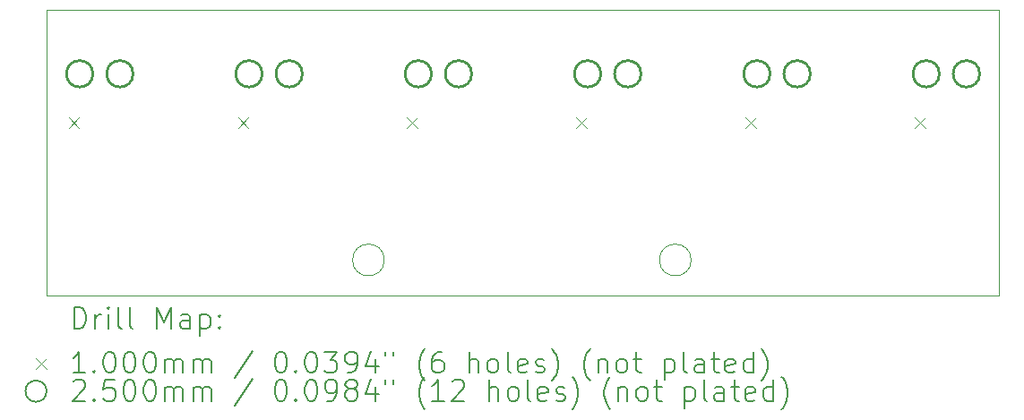
<source format=gbr>
%TF.GenerationSoftware,KiCad,Pcbnew,9.0.1+1*%
%TF.CreationDate,2025-05-09T02:37:28+00:00*%
%TF.ProjectId,modulo_sensor,6d6f6475-6c6f-45f7-9365-6e736f722e6b,rev?*%
%TF.SameCoordinates,Original*%
%TF.FileFunction,Drillmap*%
%TF.FilePolarity,Positive*%
%FSLAX45Y45*%
G04 Gerber Fmt 4.5, Leading zero omitted, Abs format (unit mm)*
G04 Created by KiCad (PCBNEW 9.0.1+1) date 2025-05-09 02:37:28*
%MOMM*%
%LPD*%
G01*
G04 APERTURE LIST*
%ADD10C,0.050000*%
%ADD11C,0.100000*%
%ADD12C,0.200000*%
%ADD13C,0.250000*%
G04 APERTURE END LIST*
D10*
X5360998Y-5634000D02*
X14360998Y-5634000D01*
X14360998Y-8334000D01*
X5360998Y-8334000D01*
X5360998Y-5634000D01*
D11*
X8550000Y-8000000D02*
G75*
G02*
X8250000Y-8000000I-150000J0D01*
G01*
X8250000Y-8000000D02*
G75*
G02*
X8550000Y-8000000I150000J0D01*
G01*
X11450000Y-8000000D02*
G75*
G02*
X11150000Y-8000000I-150000J0D01*
G01*
X11150000Y-8000000D02*
G75*
G02*
X11450000Y-8000000I150000J0D01*
G01*
D12*
D11*
X5565998Y-6655000D02*
X5665998Y-6755000D01*
X5665998Y-6655000D02*
X5565998Y-6755000D01*
X7165998Y-6655000D02*
X7265998Y-6755000D01*
X7265998Y-6655000D02*
X7165998Y-6755000D01*
X8765998Y-6655000D02*
X8865998Y-6755000D01*
X8865998Y-6655000D02*
X8765998Y-6755000D01*
X10365998Y-6655000D02*
X10465998Y-6755000D01*
X10465998Y-6655000D02*
X10365998Y-6755000D01*
X11965998Y-6655000D02*
X12065998Y-6755000D01*
X12065998Y-6655000D02*
X11965998Y-6755000D01*
X13565998Y-6655000D02*
X13665998Y-6755000D01*
X13665998Y-6655000D02*
X13565998Y-6755000D01*
D13*
X5795998Y-6240000D02*
G75*
G02*
X5545998Y-6240000I-125000J0D01*
G01*
X5545998Y-6240000D02*
G75*
G02*
X5795998Y-6240000I125000J0D01*
G01*
X6175998Y-6240000D02*
G75*
G02*
X5925998Y-6240000I-125000J0D01*
G01*
X5925998Y-6240000D02*
G75*
G02*
X6175998Y-6240000I125000J0D01*
G01*
X7395998Y-6240000D02*
G75*
G02*
X7145998Y-6240000I-125000J0D01*
G01*
X7145998Y-6240000D02*
G75*
G02*
X7395998Y-6240000I125000J0D01*
G01*
X7775998Y-6240000D02*
G75*
G02*
X7525998Y-6240000I-125000J0D01*
G01*
X7525998Y-6240000D02*
G75*
G02*
X7775998Y-6240000I125000J0D01*
G01*
X8995998Y-6240000D02*
G75*
G02*
X8745998Y-6240000I-125000J0D01*
G01*
X8745998Y-6240000D02*
G75*
G02*
X8995998Y-6240000I125000J0D01*
G01*
X9375998Y-6240000D02*
G75*
G02*
X9125998Y-6240000I-125000J0D01*
G01*
X9125998Y-6240000D02*
G75*
G02*
X9375998Y-6240000I125000J0D01*
G01*
X10595998Y-6240000D02*
G75*
G02*
X10345998Y-6240000I-125000J0D01*
G01*
X10345998Y-6240000D02*
G75*
G02*
X10595998Y-6240000I125000J0D01*
G01*
X10975998Y-6240000D02*
G75*
G02*
X10725998Y-6240000I-125000J0D01*
G01*
X10725998Y-6240000D02*
G75*
G02*
X10975998Y-6240000I125000J0D01*
G01*
X12195998Y-6240000D02*
G75*
G02*
X11945998Y-6240000I-125000J0D01*
G01*
X11945998Y-6240000D02*
G75*
G02*
X12195998Y-6240000I125000J0D01*
G01*
X12575998Y-6240000D02*
G75*
G02*
X12325998Y-6240000I-125000J0D01*
G01*
X12325998Y-6240000D02*
G75*
G02*
X12575998Y-6240000I125000J0D01*
G01*
X13795998Y-6240000D02*
G75*
G02*
X13545998Y-6240000I-125000J0D01*
G01*
X13545998Y-6240000D02*
G75*
G02*
X13795998Y-6240000I125000J0D01*
G01*
X14175998Y-6240000D02*
G75*
G02*
X13925998Y-6240000I-125000J0D01*
G01*
X13925998Y-6240000D02*
G75*
G02*
X14175998Y-6240000I125000J0D01*
G01*
D12*
X5619275Y-8647984D02*
X5619275Y-8447984D01*
X5619275Y-8447984D02*
X5666894Y-8447984D01*
X5666894Y-8447984D02*
X5695466Y-8457508D01*
X5695466Y-8457508D02*
X5714513Y-8476555D01*
X5714513Y-8476555D02*
X5724037Y-8495603D01*
X5724037Y-8495603D02*
X5733561Y-8533698D01*
X5733561Y-8533698D02*
X5733561Y-8562270D01*
X5733561Y-8562270D02*
X5724037Y-8600365D01*
X5724037Y-8600365D02*
X5714513Y-8619412D01*
X5714513Y-8619412D02*
X5695466Y-8638460D01*
X5695466Y-8638460D02*
X5666894Y-8647984D01*
X5666894Y-8647984D02*
X5619275Y-8647984D01*
X5819275Y-8647984D02*
X5819275Y-8514650D01*
X5819275Y-8552746D02*
X5828799Y-8533698D01*
X5828799Y-8533698D02*
X5838323Y-8524174D01*
X5838323Y-8524174D02*
X5857370Y-8514650D01*
X5857370Y-8514650D02*
X5876418Y-8514650D01*
X5943085Y-8647984D02*
X5943085Y-8514650D01*
X5943085Y-8447984D02*
X5933561Y-8457508D01*
X5933561Y-8457508D02*
X5943085Y-8467031D01*
X5943085Y-8467031D02*
X5952608Y-8457508D01*
X5952608Y-8457508D02*
X5943085Y-8447984D01*
X5943085Y-8447984D02*
X5943085Y-8467031D01*
X6066894Y-8647984D02*
X6047846Y-8638460D01*
X6047846Y-8638460D02*
X6038323Y-8619412D01*
X6038323Y-8619412D02*
X6038323Y-8447984D01*
X6171656Y-8647984D02*
X6152608Y-8638460D01*
X6152608Y-8638460D02*
X6143085Y-8619412D01*
X6143085Y-8619412D02*
X6143085Y-8447984D01*
X6400227Y-8647984D02*
X6400227Y-8447984D01*
X6400227Y-8447984D02*
X6466894Y-8590841D01*
X6466894Y-8590841D02*
X6533561Y-8447984D01*
X6533561Y-8447984D02*
X6533561Y-8647984D01*
X6714513Y-8647984D02*
X6714513Y-8543222D01*
X6714513Y-8543222D02*
X6704989Y-8524174D01*
X6704989Y-8524174D02*
X6685942Y-8514650D01*
X6685942Y-8514650D02*
X6647846Y-8514650D01*
X6647846Y-8514650D02*
X6628799Y-8524174D01*
X6714513Y-8638460D02*
X6695466Y-8647984D01*
X6695466Y-8647984D02*
X6647846Y-8647984D01*
X6647846Y-8647984D02*
X6628799Y-8638460D01*
X6628799Y-8638460D02*
X6619275Y-8619412D01*
X6619275Y-8619412D02*
X6619275Y-8600365D01*
X6619275Y-8600365D02*
X6628799Y-8581317D01*
X6628799Y-8581317D02*
X6647846Y-8571793D01*
X6647846Y-8571793D02*
X6695466Y-8571793D01*
X6695466Y-8571793D02*
X6714513Y-8562270D01*
X6809751Y-8514650D02*
X6809751Y-8714650D01*
X6809751Y-8524174D02*
X6828799Y-8514650D01*
X6828799Y-8514650D02*
X6866894Y-8514650D01*
X6866894Y-8514650D02*
X6885942Y-8524174D01*
X6885942Y-8524174D02*
X6895466Y-8533698D01*
X6895466Y-8533698D02*
X6904989Y-8552746D01*
X6904989Y-8552746D02*
X6904989Y-8609889D01*
X6904989Y-8609889D02*
X6895466Y-8628936D01*
X6895466Y-8628936D02*
X6885942Y-8638460D01*
X6885942Y-8638460D02*
X6866894Y-8647984D01*
X6866894Y-8647984D02*
X6828799Y-8647984D01*
X6828799Y-8647984D02*
X6809751Y-8638460D01*
X6990704Y-8628936D02*
X7000227Y-8638460D01*
X7000227Y-8638460D02*
X6990704Y-8647984D01*
X6990704Y-8647984D02*
X6981180Y-8638460D01*
X6981180Y-8638460D02*
X6990704Y-8628936D01*
X6990704Y-8628936D02*
X6990704Y-8647984D01*
X6990704Y-8524174D02*
X7000227Y-8533698D01*
X7000227Y-8533698D02*
X6990704Y-8543222D01*
X6990704Y-8543222D02*
X6981180Y-8533698D01*
X6981180Y-8533698D02*
X6990704Y-8524174D01*
X6990704Y-8524174D02*
X6990704Y-8543222D01*
D11*
X5258498Y-8926500D02*
X5358498Y-9026500D01*
X5358498Y-8926500D02*
X5258498Y-9026500D01*
D12*
X5724037Y-9067984D02*
X5609751Y-9067984D01*
X5666894Y-9067984D02*
X5666894Y-8867984D01*
X5666894Y-8867984D02*
X5647846Y-8896555D01*
X5647846Y-8896555D02*
X5628799Y-8915603D01*
X5628799Y-8915603D02*
X5609751Y-8925127D01*
X5809751Y-9048936D02*
X5819275Y-9058460D01*
X5819275Y-9058460D02*
X5809751Y-9067984D01*
X5809751Y-9067984D02*
X5800227Y-9058460D01*
X5800227Y-9058460D02*
X5809751Y-9048936D01*
X5809751Y-9048936D02*
X5809751Y-9067984D01*
X5943085Y-8867984D02*
X5962132Y-8867984D01*
X5962132Y-8867984D02*
X5981180Y-8877508D01*
X5981180Y-8877508D02*
X5990704Y-8887031D01*
X5990704Y-8887031D02*
X6000227Y-8906079D01*
X6000227Y-8906079D02*
X6009751Y-8944174D01*
X6009751Y-8944174D02*
X6009751Y-8991793D01*
X6009751Y-8991793D02*
X6000227Y-9029889D01*
X6000227Y-9029889D02*
X5990704Y-9048936D01*
X5990704Y-9048936D02*
X5981180Y-9058460D01*
X5981180Y-9058460D02*
X5962132Y-9067984D01*
X5962132Y-9067984D02*
X5943085Y-9067984D01*
X5943085Y-9067984D02*
X5924037Y-9058460D01*
X5924037Y-9058460D02*
X5914513Y-9048936D01*
X5914513Y-9048936D02*
X5904989Y-9029889D01*
X5904989Y-9029889D02*
X5895466Y-8991793D01*
X5895466Y-8991793D02*
X5895466Y-8944174D01*
X5895466Y-8944174D02*
X5904989Y-8906079D01*
X5904989Y-8906079D02*
X5914513Y-8887031D01*
X5914513Y-8887031D02*
X5924037Y-8877508D01*
X5924037Y-8877508D02*
X5943085Y-8867984D01*
X6133561Y-8867984D02*
X6152608Y-8867984D01*
X6152608Y-8867984D02*
X6171656Y-8877508D01*
X6171656Y-8877508D02*
X6181180Y-8887031D01*
X6181180Y-8887031D02*
X6190704Y-8906079D01*
X6190704Y-8906079D02*
X6200227Y-8944174D01*
X6200227Y-8944174D02*
X6200227Y-8991793D01*
X6200227Y-8991793D02*
X6190704Y-9029889D01*
X6190704Y-9029889D02*
X6181180Y-9048936D01*
X6181180Y-9048936D02*
X6171656Y-9058460D01*
X6171656Y-9058460D02*
X6152608Y-9067984D01*
X6152608Y-9067984D02*
X6133561Y-9067984D01*
X6133561Y-9067984D02*
X6114513Y-9058460D01*
X6114513Y-9058460D02*
X6104989Y-9048936D01*
X6104989Y-9048936D02*
X6095466Y-9029889D01*
X6095466Y-9029889D02*
X6085942Y-8991793D01*
X6085942Y-8991793D02*
X6085942Y-8944174D01*
X6085942Y-8944174D02*
X6095466Y-8906079D01*
X6095466Y-8906079D02*
X6104989Y-8887031D01*
X6104989Y-8887031D02*
X6114513Y-8877508D01*
X6114513Y-8877508D02*
X6133561Y-8867984D01*
X6324037Y-8867984D02*
X6343085Y-8867984D01*
X6343085Y-8867984D02*
X6362132Y-8877508D01*
X6362132Y-8877508D02*
X6371656Y-8887031D01*
X6371656Y-8887031D02*
X6381180Y-8906079D01*
X6381180Y-8906079D02*
X6390704Y-8944174D01*
X6390704Y-8944174D02*
X6390704Y-8991793D01*
X6390704Y-8991793D02*
X6381180Y-9029889D01*
X6381180Y-9029889D02*
X6371656Y-9048936D01*
X6371656Y-9048936D02*
X6362132Y-9058460D01*
X6362132Y-9058460D02*
X6343085Y-9067984D01*
X6343085Y-9067984D02*
X6324037Y-9067984D01*
X6324037Y-9067984D02*
X6304989Y-9058460D01*
X6304989Y-9058460D02*
X6295466Y-9048936D01*
X6295466Y-9048936D02*
X6285942Y-9029889D01*
X6285942Y-9029889D02*
X6276418Y-8991793D01*
X6276418Y-8991793D02*
X6276418Y-8944174D01*
X6276418Y-8944174D02*
X6285942Y-8906079D01*
X6285942Y-8906079D02*
X6295466Y-8887031D01*
X6295466Y-8887031D02*
X6304989Y-8877508D01*
X6304989Y-8877508D02*
X6324037Y-8867984D01*
X6476418Y-9067984D02*
X6476418Y-8934650D01*
X6476418Y-8953698D02*
X6485942Y-8944174D01*
X6485942Y-8944174D02*
X6504989Y-8934650D01*
X6504989Y-8934650D02*
X6533561Y-8934650D01*
X6533561Y-8934650D02*
X6552608Y-8944174D01*
X6552608Y-8944174D02*
X6562132Y-8963222D01*
X6562132Y-8963222D02*
X6562132Y-9067984D01*
X6562132Y-8963222D02*
X6571656Y-8944174D01*
X6571656Y-8944174D02*
X6590704Y-8934650D01*
X6590704Y-8934650D02*
X6619275Y-8934650D01*
X6619275Y-8934650D02*
X6638323Y-8944174D01*
X6638323Y-8944174D02*
X6647847Y-8963222D01*
X6647847Y-8963222D02*
X6647847Y-9067984D01*
X6743085Y-9067984D02*
X6743085Y-8934650D01*
X6743085Y-8953698D02*
X6752608Y-8944174D01*
X6752608Y-8944174D02*
X6771656Y-8934650D01*
X6771656Y-8934650D02*
X6800228Y-8934650D01*
X6800228Y-8934650D02*
X6819275Y-8944174D01*
X6819275Y-8944174D02*
X6828799Y-8963222D01*
X6828799Y-8963222D02*
X6828799Y-9067984D01*
X6828799Y-8963222D02*
X6838323Y-8944174D01*
X6838323Y-8944174D02*
X6857370Y-8934650D01*
X6857370Y-8934650D02*
X6885942Y-8934650D01*
X6885942Y-8934650D02*
X6904989Y-8944174D01*
X6904989Y-8944174D02*
X6914513Y-8963222D01*
X6914513Y-8963222D02*
X6914513Y-9067984D01*
X7304989Y-8858460D02*
X7133561Y-9115603D01*
X7562132Y-8867984D02*
X7581180Y-8867984D01*
X7581180Y-8867984D02*
X7600228Y-8877508D01*
X7600228Y-8877508D02*
X7609751Y-8887031D01*
X7609751Y-8887031D02*
X7619275Y-8906079D01*
X7619275Y-8906079D02*
X7628799Y-8944174D01*
X7628799Y-8944174D02*
X7628799Y-8991793D01*
X7628799Y-8991793D02*
X7619275Y-9029889D01*
X7619275Y-9029889D02*
X7609751Y-9048936D01*
X7609751Y-9048936D02*
X7600228Y-9058460D01*
X7600228Y-9058460D02*
X7581180Y-9067984D01*
X7581180Y-9067984D02*
X7562132Y-9067984D01*
X7562132Y-9067984D02*
X7543085Y-9058460D01*
X7543085Y-9058460D02*
X7533561Y-9048936D01*
X7533561Y-9048936D02*
X7524037Y-9029889D01*
X7524037Y-9029889D02*
X7514513Y-8991793D01*
X7514513Y-8991793D02*
X7514513Y-8944174D01*
X7514513Y-8944174D02*
X7524037Y-8906079D01*
X7524037Y-8906079D02*
X7533561Y-8887031D01*
X7533561Y-8887031D02*
X7543085Y-8877508D01*
X7543085Y-8877508D02*
X7562132Y-8867984D01*
X7714513Y-9048936D02*
X7724037Y-9058460D01*
X7724037Y-9058460D02*
X7714513Y-9067984D01*
X7714513Y-9067984D02*
X7704990Y-9058460D01*
X7704990Y-9058460D02*
X7714513Y-9048936D01*
X7714513Y-9048936D02*
X7714513Y-9067984D01*
X7847847Y-8867984D02*
X7866894Y-8867984D01*
X7866894Y-8867984D02*
X7885942Y-8877508D01*
X7885942Y-8877508D02*
X7895466Y-8887031D01*
X7895466Y-8887031D02*
X7904990Y-8906079D01*
X7904990Y-8906079D02*
X7914513Y-8944174D01*
X7914513Y-8944174D02*
X7914513Y-8991793D01*
X7914513Y-8991793D02*
X7904990Y-9029889D01*
X7904990Y-9029889D02*
X7895466Y-9048936D01*
X7895466Y-9048936D02*
X7885942Y-9058460D01*
X7885942Y-9058460D02*
X7866894Y-9067984D01*
X7866894Y-9067984D02*
X7847847Y-9067984D01*
X7847847Y-9067984D02*
X7828799Y-9058460D01*
X7828799Y-9058460D02*
X7819275Y-9048936D01*
X7819275Y-9048936D02*
X7809751Y-9029889D01*
X7809751Y-9029889D02*
X7800228Y-8991793D01*
X7800228Y-8991793D02*
X7800228Y-8944174D01*
X7800228Y-8944174D02*
X7809751Y-8906079D01*
X7809751Y-8906079D02*
X7819275Y-8887031D01*
X7819275Y-8887031D02*
X7828799Y-8877508D01*
X7828799Y-8877508D02*
X7847847Y-8867984D01*
X7981180Y-8867984D02*
X8104990Y-8867984D01*
X8104990Y-8867984D02*
X8038323Y-8944174D01*
X8038323Y-8944174D02*
X8066894Y-8944174D01*
X8066894Y-8944174D02*
X8085942Y-8953698D01*
X8085942Y-8953698D02*
X8095466Y-8963222D01*
X8095466Y-8963222D02*
X8104990Y-8982270D01*
X8104990Y-8982270D02*
X8104990Y-9029889D01*
X8104990Y-9029889D02*
X8095466Y-9048936D01*
X8095466Y-9048936D02*
X8085942Y-9058460D01*
X8085942Y-9058460D02*
X8066894Y-9067984D01*
X8066894Y-9067984D02*
X8009751Y-9067984D01*
X8009751Y-9067984D02*
X7990704Y-9058460D01*
X7990704Y-9058460D02*
X7981180Y-9048936D01*
X8200228Y-9067984D02*
X8238323Y-9067984D01*
X8238323Y-9067984D02*
X8257371Y-9058460D01*
X8257371Y-9058460D02*
X8266894Y-9048936D01*
X8266894Y-9048936D02*
X8285942Y-9020365D01*
X8285942Y-9020365D02*
X8295466Y-8982270D01*
X8295466Y-8982270D02*
X8295466Y-8906079D01*
X8295466Y-8906079D02*
X8285942Y-8887031D01*
X8285942Y-8887031D02*
X8276418Y-8877508D01*
X8276418Y-8877508D02*
X8257371Y-8867984D01*
X8257371Y-8867984D02*
X8219275Y-8867984D01*
X8219275Y-8867984D02*
X8200228Y-8877508D01*
X8200228Y-8877508D02*
X8190704Y-8887031D01*
X8190704Y-8887031D02*
X8181180Y-8906079D01*
X8181180Y-8906079D02*
X8181180Y-8953698D01*
X8181180Y-8953698D02*
X8190704Y-8972746D01*
X8190704Y-8972746D02*
X8200228Y-8982270D01*
X8200228Y-8982270D02*
X8219275Y-8991793D01*
X8219275Y-8991793D02*
X8257371Y-8991793D01*
X8257371Y-8991793D02*
X8276418Y-8982270D01*
X8276418Y-8982270D02*
X8285942Y-8972746D01*
X8285942Y-8972746D02*
X8295466Y-8953698D01*
X8466894Y-8934650D02*
X8466894Y-9067984D01*
X8419275Y-8858460D02*
X8371656Y-9001317D01*
X8371656Y-9001317D02*
X8495466Y-9001317D01*
X8562133Y-8867984D02*
X8562133Y-8906079D01*
X8638323Y-8867984D02*
X8638323Y-8906079D01*
X8933561Y-9144174D02*
X8924037Y-9134650D01*
X8924037Y-9134650D02*
X8904990Y-9106079D01*
X8904990Y-9106079D02*
X8895466Y-9087031D01*
X8895466Y-9087031D02*
X8885942Y-9058460D01*
X8885942Y-9058460D02*
X8876418Y-9010841D01*
X8876418Y-9010841D02*
X8876418Y-8972746D01*
X8876418Y-8972746D02*
X8885942Y-8925127D01*
X8885942Y-8925127D02*
X8895466Y-8896555D01*
X8895466Y-8896555D02*
X8904990Y-8877508D01*
X8904990Y-8877508D02*
X8924037Y-8848936D01*
X8924037Y-8848936D02*
X8933561Y-8839412D01*
X9095466Y-8867984D02*
X9057371Y-8867984D01*
X9057371Y-8867984D02*
X9038323Y-8877508D01*
X9038323Y-8877508D02*
X9028799Y-8887031D01*
X9028799Y-8887031D02*
X9009752Y-8915603D01*
X9009752Y-8915603D02*
X9000228Y-8953698D01*
X9000228Y-8953698D02*
X9000228Y-9029889D01*
X9000228Y-9029889D02*
X9009752Y-9048936D01*
X9009752Y-9048936D02*
X9019275Y-9058460D01*
X9019275Y-9058460D02*
X9038323Y-9067984D01*
X9038323Y-9067984D02*
X9076418Y-9067984D01*
X9076418Y-9067984D02*
X9095466Y-9058460D01*
X9095466Y-9058460D02*
X9104990Y-9048936D01*
X9104990Y-9048936D02*
X9114514Y-9029889D01*
X9114514Y-9029889D02*
X9114514Y-8982270D01*
X9114514Y-8982270D02*
X9104990Y-8963222D01*
X9104990Y-8963222D02*
X9095466Y-8953698D01*
X9095466Y-8953698D02*
X9076418Y-8944174D01*
X9076418Y-8944174D02*
X9038323Y-8944174D01*
X9038323Y-8944174D02*
X9019275Y-8953698D01*
X9019275Y-8953698D02*
X9009752Y-8963222D01*
X9009752Y-8963222D02*
X9000228Y-8982270D01*
X9352609Y-9067984D02*
X9352609Y-8867984D01*
X9438323Y-9067984D02*
X9438323Y-8963222D01*
X9438323Y-8963222D02*
X9428799Y-8944174D01*
X9428799Y-8944174D02*
X9409752Y-8934650D01*
X9409752Y-8934650D02*
X9381180Y-8934650D01*
X9381180Y-8934650D02*
X9362133Y-8944174D01*
X9362133Y-8944174D02*
X9352609Y-8953698D01*
X9562133Y-9067984D02*
X9543085Y-9058460D01*
X9543085Y-9058460D02*
X9533561Y-9048936D01*
X9533561Y-9048936D02*
X9524037Y-9029889D01*
X9524037Y-9029889D02*
X9524037Y-8972746D01*
X9524037Y-8972746D02*
X9533561Y-8953698D01*
X9533561Y-8953698D02*
X9543085Y-8944174D01*
X9543085Y-8944174D02*
X9562133Y-8934650D01*
X9562133Y-8934650D02*
X9590704Y-8934650D01*
X9590704Y-8934650D02*
X9609752Y-8944174D01*
X9609752Y-8944174D02*
X9619276Y-8953698D01*
X9619276Y-8953698D02*
X9628799Y-8972746D01*
X9628799Y-8972746D02*
X9628799Y-9029889D01*
X9628799Y-9029889D02*
X9619276Y-9048936D01*
X9619276Y-9048936D02*
X9609752Y-9058460D01*
X9609752Y-9058460D02*
X9590704Y-9067984D01*
X9590704Y-9067984D02*
X9562133Y-9067984D01*
X9743085Y-9067984D02*
X9724037Y-9058460D01*
X9724037Y-9058460D02*
X9714514Y-9039412D01*
X9714514Y-9039412D02*
X9714514Y-8867984D01*
X9895466Y-9058460D02*
X9876418Y-9067984D01*
X9876418Y-9067984D02*
X9838323Y-9067984D01*
X9838323Y-9067984D02*
X9819276Y-9058460D01*
X9819276Y-9058460D02*
X9809752Y-9039412D01*
X9809752Y-9039412D02*
X9809752Y-8963222D01*
X9809752Y-8963222D02*
X9819276Y-8944174D01*
X9819276Y-8944174D02*
X9838323Y-8934650D01*
X9838323Y-8934650D02*
X9876418Y-8934650D01*
X9876418Y-8934650D02*
X9895466Y-8944174D01*
X9895466Y-8944174D02*
X9904990Y-8963222D01*
X9904990Y-8963222D02*
X9904990Y-8982270D01*
X9904990Y-8982270D02*
X9809752Y-9001317D01*
X9981180Y-9058460D02*
X10000228Y-9067984D01*
X10000228Y-9067984D02*
X10038323Y-9067984D01*
X10038323Y-9067984D02*
X10057371Y-9058460D01*
X10057371Y-9058460D02*
X10066895Y-9039412D01*
X10066895Y-9039412D02*
X10066895Y-9029889D01*
X10066895Y-9029889D02*
X10057371Y-9010841D01*
X10057371Y-9010841D02*
X10038323Y-9001317D01*
X10038323Y-9001317D02*
X10009752Y-9001317D01*
X10009752Y-9001317D02*
X9990704Y-8991793D01*
X9990704Y-8991793D02*
X9981180Y-8972746D01*
X9981180Y-8972746D02*
X9981180Y-8963222D01*
X9981180Y-8963222D02*
X9990704Y-8944174D01*
X9990704Y-8944174D02*
X10009752Y-8934650D01*
X10009752Y-8934650D02*
X10038323Y-8934650D01*
X10038323Y-8934650D02*
X10057371Y-8944174D01*
X10133561Y-9144174D02*
X10143085Y-9134650D01*
X10143085Y-9134650D02*
X10162133Y-9106079D01*
X10162133Y-9106079D02*
X10171657Y-9087031D01*
X10171657Y-9087031D02*
X10181180Y-9058460D01*
X10181180Y-9058460D02*
X10190704Y-9010841D01*
X10190704Y-9010841D02*
X10190704Y-8972746D01*
X10190704Y-8972746D02*
X10181180Y-8925127D01*
X10181180Y-8925127D02*
X10171657Y-8896555D01*
X10171657Y-8896555D02*
X10162133Y-8877508D01*
X10162133Y-8877508D02*
X10143085Y-8848936D01*
X10143085Y-8848936D02*
X10133561Y-8839412D01*
X10495466Y-9144174D02*
X10485942Y-9134650D01*
X10485942Y-9134650D02*
X10466895Y-9106079D01*
X10466895Y-9106079D02*
X10457371Y-9087031D01*
X10457371Y-9087031D02*
X10447847Y-9058460D01*
X10447847Y-9058460D02*
X10438323Y-9010841D01*
X10438323Y-9010841D02*
X10438323Y-8972746D01*
X10438323Y-8972746D02*
X10447847Y-8925127D01*
X10447847Y-8925127D02*
X10457371Y-8896555D01*
X10457371Y-8896555D02*
X10466895Y-8877508D01*
X10466895Y-8877508D02*
X10485942Y-8848936D01*
X10485942Y-8848936D02*
X10495466Y-8839412D01*
X10571657Y-8934650D02*
X10571657Y-9067984D01*
X10571657Y-8953698D02*
X10581180Y-8944174D01*
X10581180Y-8944174D02*
X10600228Y-8934650D01*
X10600228Y-8934650D02*
X10628799Y-8934650D01*
X10628799Y-8934650D02*
X10647847Y-8944174D01*
X10647847Y-8944174D02*
X10657371Y-8963222D01*
X10657371Y-8963222D02*
X10657371Y-9067984D01*
X10781180Y-9067984D02*
X10762133Y-9058460D01*
X10762133Y-9058460D02*
X10752609Y-9048936D01*
X10752609Y-9048936D02*
X10743085Y-9029889D01*
X10743085Y-9029889D02*
X10743085Y-8972746D01*
X10743085Y-8972746D02*
X10752609Y-8953698D01*
X10752609Y-8953698D02*
X10762133Y-8944174D01*
X10762133Y-8944174D02*
X10781180Y-8934650D01*
X10781180Y-8934650D02*
X10809752Y-8934650D01*
X10809752Y-8934650D02*
X10828799Y-8944174D01*
X10828799Y-8944174D02*
X10838323Y-8953698D01*
X10838323Y-8953698D02*
X10847847Y-8972746D01*
X10847847Y-8972746D02*
X10847847Y-9029889D01*
X10847847Y-9029889D02*
X10838323Y-9048936D01*
X10838323Y-9048936D02*
X10828799Y-9058460D01*
X10828799Y-9058460D02*
X10809752Y-9067984D01*
X10809752Y-9067984D02*
X10781180Y-9067984D01*
X10904990Y-8934650D02*
X10981180Y-8934650D01*
X10933561Y-8867984D02*
X10933561Y-9039412D01*
X10933561Y-9039412D02*
X10943085Y-9058460D01*
X10943085Y-9058460D02*
X10962133Y-9067984D01*
X10962133Y-9067984D02*
X10981180Y-9067984D01*
X11200228Y-8934650D02*
X11200228Y-9134650D01*
X11200228Y-8944174D02*
X11219276Y-8934650D01*
X11219276Y-8934650D02*
X11257371Y-8934650D01*
X11257371Y-8934650D02*
X11276418Y-8944174D01*
X11276418Y-8944174D02*
X11285942Y-8953698D01*
X11285942Y-8953698D02*
X11295466Y-8972746D01*
X11295466Y-8972746D02*
X11295466Y-9029889D01*
X11295466Y-9029889D02*
X11285942Y-9048936D01*
X11285942Y-9048936D02*
X11276418Y-9058460D01*
X11276418Y-9058460D02*
X11257371Y-9067984D01*
X11257371Y-9067984D02*
X11219276Y-9067984D01*
X11219276Y-9067984D02*
X11200228Y-9058460D01*
X11409752Y-9067984D02*
X11390704Y-9058460D01*
X11390704Y-9058460D02*
X11381180Y-9039412D01*
X11381180Y-9039412D02*
X11381180Y-8867984D01*
X11571657Y-9067984D02*
X11571657Y-8963222D01*
X11571657Y-8963222D02*
X11562133Y-8944174D01*
X11562133Y-8944174D02*
X11543085Y-8934650D01*
X11543085Y-8934650D02*
X11504990Y-8934650D01*
X11504990Y-8934650D02*
X11485942Y-8944174D01*
X11571657Y-9058460D02*
X11552609Y-9067984D01*
X11552609Y-9067984D02*
X11504990Y-9067984D01*
X11504990Y-9067984D02*
X11485942Y-9058460D01*
X11485942Y-9058460D02*
X11476418Y-9039412D01*
X11476418Y-9039412D02*
X11476418Y-9020365D01*
X11476418Y-9020365D02*
X11485942Y-9001317D01*
X11485942Y-9001317D02*
X11504990Y-8991793D01*
X11504990Y-8991793D02*
X11552609Y-8991793D01*
X11552609Y-8991793D02*
X11571657Y-8982270D01*
X11638323Y-8934650D02*
X11714514Y-8934650D01*
X11666895Y-8867984D02*
X11666895Y-9039412D01*
X11666895Y-9039412D02*
X11676418Y-9058460D01*
X11676418Y-9058460D02*
X11695466Y-9067984D01*
X11695466Y-9067984D02*
X11714514Y-9067984D01*
X11857371Y-9058460D02*
X11838323Y-9067984D01*
X11838323Y-9067984D02*
X11800228Y-9067984D01*
X11800228Y-9067984D02*
X11781180Y-9058460D01*
X11781180Y-9058460D02*
X11771657Y-9039412D01*
X11771657Y-9039412D02*
X11771657Y-8963222D01*
X11771657Y-8963222D02*
X11781180Y-8944174D01*
X11781180Y-8944174D02*
X11800228Y-8934650D01*
X11800228Y-8934650D02*
X11838323Y-8934650D01*
X11838323Y-8934650D02*
X11857371Y-8944174D01*
X11857371Y-8944174D02*
X11866895Y-8963222D01*
X11866895Y-8963222D02*
X11866895Y-8982270D01*
X11866895Y-8982270D02*
X11771657Y-9001317D01*
X12038323Y-9067984D02*
X12038323Y-8867984D01*
X12038323Y-9058460D02*
X12019276Y-9067984D01*
X12019276Y-9067984D02*
X11981180Y-9067984D01*
X11981180Y-9067984D02*
X11962133Y-9058460D01*
X11962133Y-9058460D02*
X11952609Y-9048936D01*
X11952609Y-9048936D02*
X11943085Y-9029889D01*
X11943085Y-9029889D02*
X11943085Y-8972746D01*
X11943085Y-8972746D02*
X11952609Y-8953698D01*
X11952609Y-8953698D02*
X11962133Y-8944174D01*
X11962133Y-8944174D02*
X11981180Y-8934650D01*
X11981180Y-8934650D02*
X12019276Y-8934650D01*
X12019276Y-8934650D02*
X12038323Y-8944174D01*
X12114514Y-9144174D02*
X12124038Y-9134650D01*
X12124038Y-9134650D02*
X12143085Y-9106079D01*
X12143085Y-9106079D02*
X12152609Y-9087031D01*
X12152609Y-9087031D02*
X12162133Y-9058460D01*
X12162133Y-9058460D02*
X12171657Y-9010841D01*
X12171657Y-9010841D02*
X12171657Y-8972746D01*
X12171657Y-8972746D02*
X12162133Y-8925127D01*
X12162133Y-8925127D02*
X12152609Y-8896555D01*
X12152609Y-8896555D02*
X12143085Y-8877508D01*
X12143085Y-8877508D02*
X12124038Y-8848936D01*
X12124038Y-8848936D02*
X12114514Y-8839412D01*
X5358498Y-9240500D02*
G75*
G02*
X5158498Y-9240500I-100000J0D01*
G01*
X5158498Y-9240500D02*
G75*
G02*
X5358498Y-9240500I100000J0D01*
G01*
X5609751Y-9151031D02*
X5619275Y-9141508D01*
X5619275Y-9141508D02*
X5638323Y-9131984D01*
X5638323Y-9131984D02*
X5685942Y-9131984D01*
X5685942Y-9131984D02*
X5704989Y-9141508D01*
X5704989Y-9141508D02*
X5714513Y-9151031D01*
X5714513Y-9151031D02*
X5724037Y-9170079D01*
X5724037Y-9170079D02*
X5724037Y-9189127D01*
X5724037Y-9189127D02*
X5714513Y-9217698D01*
X5714513Y-9217698D02*
X5600227Y-9331984D01*
X5600227Y-9331984D02*
X5724037Y-9331984D01*
X5809751Y-9312936D02*
X5819275Y-9322460D01*
X5819275Y-9322460D02*
X5809751Y-9331984D01*
X5809751Y-9331984D02*
X5800227Y-9322460D01*
X5800227Y-9322460D02*
X5809751Y-9312936D01*
X5809751Y-9312936D02*
X5809751Y-9331984D01*
X6000227Y-9131984D02*
X5904989Y-9131984D01*
X5904989Y-9131984D02*
X5895466Y-9227222D01*
X5895466Y-9227222D02*
X5904989Y-9217698D01*
X5904989Y-9217698D02*
X5924037Y-9208174D01*
X5924037Y-9208174D02*
X5971656Y-9208174D01*
X5971656Y-9208174D02*
X5990704Y-9217698D01*
X5990704Y-9217698D02*
X6000227Y-9227222D01*
X6000227Y-9227222D02*
X6009751Y-9246270D01*
X6009751Y-9246270D02*
X6009751Y-9293889D01*
X6009751Y-9293889D02*
X6000227Y-9312936D01*
X6000227Y-9312936D02*
X5990704Y-9322460D01*
X5990704Y-9322460D02*
X5971656Y-9331984D01*
X5971656Y-9331984D02*
X5924037Y-9331984D01*
X5924037Y-9331984D02*
X5904989Y-9322460D01*
X5904989Y-9322460D02*
X5895466Y-9312936D01*
X6133561Y-9131984D02*
X6152608Y-9131984D01*
X6152608Y-9131984D02*
X6171656Y-9141508D01*
X6171656Y-9141508D02*
X6181180Y-9151031D01*
X6181180Y-9151031D02*
X6190704Y-9170079D01*
X6190704Y-9170079D02*
X6200227Y-9208174D01*
X6200227Y-9208174D02*
X6200227Y-9255793D01*
X6200227Y-9255793D02*
X6190704Y-9293889D01*
X6190704Y-9293889D02*
X6181180Y-9312936D01*
X6181180Y-9312936D02*
X6171656Y-9322460D01*
X6171656Y-9322460D02*
X6152608Y-9331984D01*
X6152608Y-9331984D02*
X6133561Y-9331984D01*
X6133561Y-9331984D02*
X6114513Y-9322460D01*
X6114513Y-9322460D02*
X6104989Y-9312936D01*
X6104989Y-9312936D02*
X6095466Y-9293889D01*
X6095466Y-9293889D02*
X6085942Y-9255793D01*
X6085942Y-9255793D02*
X6085942Y-9208174D01*
X6085942Y-9208174D02*
X6095466Y-9170079D01*
X6095466Y-9170079D02*
X6104989Y-9151031D01*
X6104989Y-9151031D02*
X6114513Y-9141508D01*
X6114513Y-9141508D02*
X6133561Y-9131984D01*
X6324037Y-9131984D02*
X6343085Y-9131984D01*
X6343085Y-9131984D02*
X6362132Y-9141508D01*
X6362132Y-9141508D02*
X6371656Y-9151031D01*
X6371656Y-9151031D02*
X6381180Y-9170079D01*
X6381180Y-9170079D02*
X6390704Y-9208174D01*
X6390704Y-9208174D02*
X6390704Y-9255793D01*
X6390704Y-9255793D02*
X6381180Y-9293889D01*
X6381180Y-9293889D02*
X6371656Y-9312936D01*
X6371656Y-9312936D02*
X6362132Y-9322460D01*
X6362132Y-9322460D02*
X6343085Y-9331984D01*
X6343085Y-9331984D02*
X6324037Y-9331984D01*
X6324037Y-9331984D02*
X6304989Y-9322460D01*
X6304989Y-9322460D02*
X6295466Y-9312936D01*
X6295466Y-9312936D02*
X6285942Y-9293889D01*
X6285942Y-9293889D02*
X6276418Y-9255793D01*
X6276418Y-9255793D02*
X6276418Y-9208174D01*
X6276418Y-9208174D02*
X6285942Y-9170079D01*
X6285942Y-9170079D02*
X6295466Y-9151031D01*
X6295466Y-9151031D02*
X6304989Y-9141508D01*
X6304989Y-9141508D02*
X6324037Y-9131984D01*
X6476418Y-9331984D02*
X6476418Y-9198650D01*
X6476418Y-9217698D02*
X6485942Y-9208174D01*
X6485942Y-9208174D02*
X6504989Y-9198650D01*
X6504989Y-9198650D02*
X6533561Y-9198650D01*
X6533561Y-9198650D02*
X6552608Y-9208174D01*
X6552608Y-9208174D02*
X6562132Y-9227222D01*
X6562132Y-9227222D02*
X6562132Y-9331984D01*
X6562132Y-9227222D02*
X6571656Y-9208174D01*
X6571656Y-9208174D02*
X6590704Y-9198650D01*
X6590704Y-9198650D02*
X6619275Y-9198650D01*
X6619275Y-9198650D02*
X6638323Y-9208174D01*
X6638323Y-9208174D02*
X6647847Y-9227222D01*
X6647847Y-9227222D02*
X6647847Y-9331984D01*
X6743085Y-9331984D02*
X6743085Y-9198650D01*
X6743085Y-9217698D02*
X6752608Y-9208174D01*
X6752608Y-9208174D02*
X6771656Y-9198650D01*
X6771656Y-9198650D02*
X6800228Y-9198650D01*
X6800228Y-9198650D02*
X6819275Y-9208174D01*
X6819275Y-9208174D02*
X6828799Y-9227222D01*
X6828799Y-9227222D02*
X6828799Y-9331984D01*
X6828799Y-9227222D02*
X6838323Y-9208174D01*
X6838323Y-9208174D02*
X6857370Y-9198650D01*
X6857370Y-9198650D02*
X6885942Y-9198650D01*
X6885942Y-9198650D02*
X6904989Y-9208174D01*
X6904989Y-9208174D02*
X6914513Y-9227222D01*
X6914513Y-9227222D02*
X6914513Y-9331984D01*
X7304989Y-9122460D02*
X7133561Y-9379603D01*
X7562132Y-9131984D02*
X7581180Y-9131984D01*
X7581180Y-9131984D02*
X7600228Y-9141508D01*
X7600228Y-9141508D02*
X7609751Y-9151031D01*
X7609751Y-9151031D02*
X7619275Y-9170079D01*
X7619275Y-9170079D02*
X7628799Y-9208174D01*
X7628799Y-9208174D02*
X7628799Y-9255793D01*
X7628799Y-9255793D02*
X7619275Y-9293889D01*
X7619275Y-9293889D02*
X7609751Y-9312936D01*
X7609751Y-9312936D02*
X7600228Y-9322460D01*
X7600228Y-9322460D02*
X7581180Y-9331984D01*
X7581180Y-9331984D02*
X7562132Y-9331984D01*
X7562132Y-9331984D02*
X7543085Y-9322460D01*
X7543085Y-9322460D02*
X7533561Y-9312936D01*
X7533561Y-9312936D02*
X7524037Y-9293889D01*
X7524037Y-9293889D02*
X7514513Y-9255793D01*
X7514513Y-9255793D02*
X7514513Y-9208174D01*
X7514513Y-9208174D02*
X7524037Y-9170079D01*
X7524037Y-9170079D02*
X7533561Y-9151031D01*
X7533561Y-9151031D02*
X7543085Y-9141508D01*
X7543085Y-9141508D02*
X7562132Y-9131984D01*
X7714513Y-9312936D02*
X7724037Y-9322460D01*
X7724037Y-9322460D02*
X7714513Y-9331984D01*
X7714513Y-9331984D02*
X7704990Y-9322460D01*
X7704990Y-9322460D02*
X7714513Y-9312936D01*
X7714513Y-9312936D02*
X7714513Y-9331984D01*
X7847847Y-9131984D02*
X7866894Y-9131984D01*
X7866894Y-9131984D02*
X7885942Y-9141508D01*
X7885942Y-9141508D02*
X7895466Y-9151031D01*
X7895466Y-9151031D02*
X7904990Y-9170079D01*
X7904990Y-9170079D02*
X7914513Y-9208174D01*
X7914513Y-9208174D02*
X7914513Y-9255793D01*
X7914513Y-9255793D02*
X7904990Y-9293889D01*
X7904990Y-9293889D02*
X7895466Y-9312936D01*
X7895466Y-9312936D02*
X7885942Y-9322460D01*
X7885942Y-9322460D02*
X7866894Y-9331984D01*
X7866894Y-9331984D02*
X7847847Y-9331984D01*
X7847847Y-9331984D02*
X7828799Y-9322460D01*
X7828799Y-9322460D02*
X7819275Y-9312936D01*
X7819275Y-9312936D02*
X7809751Y-9293889D01*
X7809751Y-9293889D02*
X7800228Y-9255793D01*
X7800228Y-9255793D02*
X7800228Y-9208174D01*
X7800228Y-9208174D02*
X7809751Y-9170079D01*
X7809751Y-9170079D02*
X7819275Y-9151031D01*
X7819275Y-9151031D02*
X7828799Y-9141508D01*
X7828799Y-9141508D02*
X7847847Y-9131984D01*
X8009751Y-9331984D02*
X8047847Y-9331984D01*
X8047847Y-9331984D02*
X8066894Y-9322460D01*
X8066894Y-9322460D02*
X8076418Y-9312936D01*
X8076418Y-9312936D02*
X8095466Y-9284365D01*
X8095466Y-9284365D02*
X8104990Y-9246270D01*
X8104990Y-9246270D02*
X8104990Y-9170079D01*
X8104990Y-9170079D02*
X8095466Y-9151031D01*
X8095466Y-9151031D02*
X8085942Y-9141508D01*
X8085942Y-9141508D02*
X8066894Y-9131984D01*
X8066894Y-9131984D02*
X8028799Y-9131984D01*
X8028799Y-9131984D02*
X8009751Y-9141508D01*
X8009751Y-9141508D02*
X8000228Y-9151031D01*
X8000228Y-9151031D02*
X7990704Y-9170079D01*
X7990704Y-9170079D02*
X7990704Y-9217698D01*
X7990704Y-9217698D02*
X8000228Y-9236746D01*
X8000228Y-9236746D02*
X8009751Y-9246270D01*
X8009751Y-9246270D02*
X8028799Y-9255793D01*
X8028799Y-9255793D02*
X8066894Y-9255793D01*
X8066894Y-9255793D02*
X8085942Y-9246270D01*
X8085942Y-9246270D02*
X8095466Y-9236746D01*
X8095466Y-9236746D02*
X8104990Y-9217698D01*
X8219275Y-9217698D02*
X8200228Y-9208174D01*
X8200228Y-9208174D02*
X8190704Y-9198650D01*
X8190704Y-9198650D02*
X8181180Y-9179603D01*
X8181180Y-9179603D02*
X8181180Y-9170079D01*
X8181180Y-9170079D02*
X8190704Y-9151031D01*
X8190704Y-9151031D02*
X8200228Y-9141508D01*
X8200228Y-9141508D02*
X8219275Y-9131984D01*
X8219275Y-9131984D02*
X8257371Y-9131984D01*
X8257371Y-9131984D02*
X8276418Y-9141508D01*
X8276418Y-9141508D02*
X8285942Y-9151031D01*
X8285942Y-9151031D02*
X8295466Y-9170079D01*
X8295466Y-9170079D02*
X8295466Y-9179603D01*
X8295466Y-9179603D02*
X8285942Y-9198650D01*
X8285942Y-9198650D02*
X8276418Y-9208174D01*
X8276418Y-9208174D02*
X8257371Y-9217698D01*
X8257371Y-9217698D02*
X8219275Y-9217698D01*
X8219275Y-9217698D02*
X8200228Y-9227222D01*
X8200228Y-9227222D02*
X8190704Y-9236746D01*
X8190704Y-9236746D02*
X8181180Y-9255793D01*
X8181180Y-9255793D02*
X8181180Y-9293889D01*
X8181180Y-9293889D02*
X8190704Y-9312936D01*
X8190704Y-9312936D02*
X8200228Y-9322460D01*
X8200228Y-9322460D02*
X8219275Y-9331984D01*
X8219275Y-9331984D02*
X8257371Y-9331984D01*
X8257371Y-9331984D02*
X8276418Y-9322460D01*
X8276418Y-9322460D02*
X8285942Y-9312936D01*
X8285942Y-9312936D02*
X8295466Y-9293889D01*
X8295466Y-9293889D02*
X8295466Y-9255793D01*
X8295466Y-9255793D02*
X8285942Y-9236746D01*
X8285942Y-9236746D02*
X8276418Y-9227222D01*
X8276418Y-9227222D02*
X8257371Y-9217698D01*
X8466894Y-9198650D02*
X8466894Y-9331984D01*
X8419275Y-9122460D02*
X8371656Y-9265317D01*
X8371656Y-9265317D02*
X8495466Y-9265317D01*
X8562133Y-9131984D02*
X8562133Y-9170079D01*
X8638323Y-9131984D02*
X8638323Y-9170079D01*
X8933561Y-9408174D02*
X8924037Y-9398650D01*
X8924037Y-9398650D02*
X8904990Y-9370079D01*
X8904990Y-9370079D02*
X8895466Y-9351031D01*
X8895466Y-9351031D02*
X8885942Y-9322460D01*
X8885942Y-9322460D02*
X8876418Y-9274841D01*
X8876418Y-9274841D02*
X8876418Y-9236746D01*
X8876418Y-9236746D02*
X8885942Y-9189127D01*
X8885942Y-9189127D02*
X8895466Y-9160555D01*
X8895466Y-9160555D02*
X8904990Y-9141508D01*
X8904990Y-9141508D02*
X8924037Y-9112936D01*
X8924037Y-9112936D02*
X8933561Y-9103412D01*
X9114514Y-9331984D02*
X9000228Y-9331984D01*
X9057371Y-9331984D02*
X9057371Y-9131984D01*
X9057371Y-9131984D02*
X9038323Y-9160555D01*
X9038323Y-9160555D02*
X9019275Y-9179603D01*
X9019275Y-9179603D02*
X9000228Y-9189127D01*
X9190704Y-9151031D02*
X9200228Y-9141508D01*
X9200228Y-9141508D02*
X9219275Y-9131984D01*
X9219275Y-9131984D02*
X9266895Y-9131984D01*
X9266895Y-9131984D02*
X9285942Y-9141508D01*
X9285942Y-9141508D02*
X9295466Y-9151031D01*
X9295466Y-9151031D02*
X9304990Y-9170079D01*
X9304990Y-9170079D02*
X9304990Y-9189127D01*
X9304990Y-9189127D02*
X9295466Y-9217698D01*
X9295466Y-9217698D02*
X9181180Y-9331984D01*
X9181180Y-9331984D02*
X9304990Y-9331984D01*
X9543085Y-9331984D02*
X9543085Y-9131984D01*
X9628799Y-9331984D02*
X9628799Y-9227222D01*
X9628799Y-9227222D02*
X9619276Y-9208174D01*
X9619276Y-9208174D02*
X9600228Y-9198650D01*
X9600228Y-9198650D02*
X9571656Y-9198650D01*
X9571656Y-9198650D02*
X9552609Y-9208174D01*
X9552609Y-9208174D02*
X9543085Y-9217698D01*
X9752609Y-9331984D02*
X9733561Y-9322460D01*
X9733561Y-9322460D02*
X9724037Y-9312936D01*
X9724037Y-9312936D02*
X9714514Y-9293889D01*
X9714514Y-9293889D02*
X9714514Y-9236746D01*
X9714514Y-9236746D02*
X9724037Y-9217698D01*
X9724037Y-9217698D02*
X9733561Y-9208174D01*
X9733561Y-9208174D02*
X9752609Y-9198650D01*
X9752609Y-9198650D02*
X9781180Y-9198650D01*
X9781180Y-9198650D02*
X9800228Y-9208174D01*
X9800228Y-9208174D02*
X9809752Y-9217698D01*
X9809752Y-9217698D02*
X9819276Y-9236746D01*
X9819276Y-9236746D02*
X9819276Y-9293889D01*
X9819276Y-9293889D02*
X9809752Y-9312936D01*
X9809752Y-9312936D02*
X9800228Y-9322460D01*
X9800228Y-9322460D02*
X9781180Y-9331984D01*
X9781180Y-9331984D02*
X9752609Y-9331984D01*
X9933561Y-9331984D02*
X9914514Y-9322460D01*
X9914514Y-9322460D02*
X9904990Y-9303412D01*
X9904990Y-9303412D02*
X9904990Y-9131984D01*
X10085942Y-9322460D02*
X10066895Y-9331984D01*
X10066895Y-9331984D02*
X10028799Y-9331984D01*
X10028799Y-9331984D02*
X10009752Y-9322460D01*
X10009752Y-9322460D02*
X10000228Y-9303412D01*
X10000228Y-9303412D02*
X10000228Y-9227222D01*
X10000228Y-9227222D02*
X10009752Y-9208174D01*
X10009752Y-9208174D02*
X10028799Y-9198650D01*
X10028799Y-9198650D02*
X10066895Y-9198650D01*
X10066895Y-9198650D02*
X10085942Y-9208174D01*
X10085942Y-9208174D02*
X10095466Y-9227222D01*
X10095466Y-9227222D02*
X10095466Y-9246270D01*
X10095466Y-9246270D02*
X10000228Y-9265317D01*
X10171657Y-9322460D02*
X10190704Y-9331984D01*
X10190704Y-9331984D02*
X10228799Y-9331984D01*
X10228799Y-9331984D02*
X10247847Y-9322460D01*
X10247847Y-9322460D02*
X10257371Y-9303412D01*
X10257371Y-9303412D02*
X10257371Y-9293889D01*
X10257371Y-9293889D02*
X10247847Y-9274841D01*
X10247847Y-9274841D02*
X10228799Y-9265317D01*
X10228799Y-9265317D02*
X10200228Y-9265317D01*
X10200228Y-9265317D02*
X10181180Y-9255793D01*
X10181180Y-9255793D02*
X10171657Y-9236746D01*
X10171657Y-9236746D02*
X10171657Y-9227222D01*
X10171657Y-9227222D02*
X10181180Y-9208174D01*
X10181180Y-9208174D02*
X10200228Y-9198650D01*
X10200228Y-9198650D02*
X10228799Y-9198650D01*
X10228799Y-9198650D02*
X10247847Y-9208174D01*
X10324038Y-9408174D02*
X10333561Y-9398650D01*
X10333561Y-9398650D02*
X10352609Y-9370079D01*
X10352609Y-9370079D02*
X10362133Y-9351031D01*
X10362133Y-9351031D02*
X10371657Y-9322460D01*
X10371657Y-9322460D02*
X10381180Y-9274841D01*
X10381180Y-9274841D02*
X10381180Y-9236746D01*
X10381180Y-9236746D02*
X10371657Y-9189127D01*
X10371657Y-9189127D02*
X10362133Y-9160555D01*
X10362133Y-9160555D02*
X10352609Y-9141508D01*
X10352609Y-9141508D02*
X10333561Y-9112936D01*
X10333561Y-9112936D02*
X10324038Y-9103412D01*
X10685942Y-9408174D02*
X10676418Y-9398650D01*
X10676418Y-9398650D02*
X10657371Y-9370079D01*
X10657371Y-9370079D02*
X10647847Y-9351031D01*
X10647847Y-9351031D02*
X10638323Y-9322460D01*
X10638323Y-9322460D02*
X10628799Y-9274841D01*
X10628799Y-9274841D02*
X10628799Y-9236746D01*
X10628799Y-9236746D02*
X10638323Y-9189127D01*
X10638323Y-9189127D02*
X10647847Y-9160555D01*
X10647847Y-9160555D02*
X10657371Y-9141508D01*
X10657371Y-9141508D02*
X10676418Y-9112936D01*
X10676418Y-9112936D02*
X10685942Y-9103412D01*
X10762133Y-9198650D02*
X10762133Y-9331984D01*
X10762133Y-9217698D02*
X10771657Y-9208174D01*
X10771657Y-9208174D02*
X10790704Y-9198650D01*
X10790704Y-9198650D02*
X10819276Y-9198650D01*
X10819276Y-9198650D02*
X10838323Y-9208174D01*
X10838323Y-9208174D02*
X10847847Y-9227222D01*
X10847847Y-9227222D02*
X10847847Y-9331984D01*
X10971657Y-9331984D02*
X10952609Y-9322460D01*
X10952609Y-9322460D02*
X10943085Y-9312936D01*
X10943085Y-9312936D02*
X10933561Y-9293889D01*
X10933561Y-9293889D02*
X10933561Y-9236746D01*
X10933561Y-9236746D02*
X10943085Y-9217698D01*
X10943085Y-9217698D02*
X10952609Y-9208174D01*
X10952609Y-9208174D02*
X10971657Y-9198650D01*
X10971657Y-9198650D02*
X11000228Y-9198650D01*
X11000228Y-9198650D02*
X11019276Y-9208174D01*
X11019276Y-9208174D02*
X11028799Y-9217698D01*
X11028799Y-9217698D02*
X11038323Y-9236746D01*
X11038323Y-9236746D02*
X11038323Y-9293889D01*
X11038323Y-9293889D02*
X11028799Y-9312936D01*
X11028799Y-9312936D02*
X11019276Y-9322460D01*
X11019276Y-9322460D02*
X11000228Y-9331984D01*
X11000228Y-9331984D02*
X10971657Y-9331984D01*
X11095466Y-9198650D02*
X11171657Y-9198650D01*
X11124038Y-9131984D02*
X11124038Y-9303412D01*
X11124038Y-9303412D02*
X11133561Y-9322460D01*
X11133561Y-9322460D02*
X11152609Y-9331984D01*
X11152609Y-9331984D02*
X11171657Y-9331984D01*
X11390704Y-9198650D02*
X11390704Y-9398650D01*
X11390704Y-9208174D02*
X11409752Y-9198650D01*
X11409752Y-9198650D02*
X11447847Y-9198650D01*
X11447847Y-9198650D02*
X11466895Y-9208174D01*
X11466895Y-9208174D02*
X11476418Y-9217698D01*
X11476418Y-9217698D02*
X11485942Y-9236746D01*
X11485942Y-9236746D02*
X11485942Y-9293889D01*
X11485942Y-9293889D02*
X11476418Y-9312936D01*
X11476418Y-9312936D02*
X11466895Y-9322460D01*
X11466895Y-9322460D02*
X11447847Y-9331984D01*
X11447847Y-9331984D02*
X11409752Y-9331984D01*
X11409752Y-9331984D02*
X11390704Y-9322460D01*
X11600228Y-9331984D02*
X11581180Y-9322460D01*
X11581180Y-9322460D02*
X11571657Y-9303412D01*
X11571657Y-9303412D02*
X11571657Y-9131984D01*
X11762133Y-9331984D02*
X11762133Y-9227222D01*
X11762133Y-9227222D02*
X11752609Y-9208174D01*
X11752609Y-9208174D02*
X11733561Y-9198650D01*
X11733561Y-9198650D02*
X11695466Y-9198650D01*
X11695466Y-9198650D02*
X11676418Y-9208174D01*
X11762133Y-9322460D02*
X11743085Y-9331984D01*
X11743085Y-9331984D02*
X11695466Y-9331984D01*
X11695466Y-9331984D02*
X11676418Y-9322460D01*
X11676418Y-9322460D02*
X11666895Y-9303412D01*
X11666895Y-9303412D02*
X11666895Y-9284365D01*
X11666895Y-9284365D02*
X11676418Y-9265317D01*
X11676418Y-9265317D02*
X11695466Y-9255793D01*
X11695466Y-9255793D02*
X11743085Y-9255793D01*
X11743085Y-9255793D02*
X11762133Y-9246270D01*
X11828799Y-9198650D02*
X11904990Y-9198650D01*
X11857371Y-9131984D02*
X11857371Y-9303412D01*
X11857371Y-9303412D02*
X11866895Y-9322460D01*
X11866895Y-9322460D02*
X11885942Y-9331984D01*
X11885942Y-9331984D02*
X11904990Y-9331984D01*
X12047847Y-9322460D02*
X12028799Y-9331984D01*
X12028799Y-9331984D02*
X11990704Y-9331984D01*
X11990704Y-9331984D02*
X11971657Y-9322460D01*
X11971657Y-9322460D02*
X11962133Y-9303412D01*
X11962133Y-9303412D02*
X11962133Y-9227222D01*
X11962133Y-9227222D02*
X11971657Y-9208174D01*
X11971657Y-9208174D02*
X11990704Y-9198650D01*
X11990704Y-9198650D02*
X12028799Y-9198650D01*
X12028799Y-9198650D02*
X12047847Y-9208174D01*
X12047847Y-9208174D02*
X12057371Y-9227222D01*
X12057371Y-9227222D02*
X12057371Y-9246270D01*
X12057371Y-9246270D02*
X11962133Y-9265317D01*
X12228799Y-9331984D02*
X12228799Y-9131984D01*
X12228799Y-9322460D02*
X12209752Y-9331984D01*
X12209752Y-9331984D02*
X12171657Y-9331984D01*
X12171657Y-9331984D02*
X12152609Y-9322460D01*
X12152609Y-9322460D02*
X12143085Y-9312936D01*
X12143085Y-9312936D02*
X12133561Y-9293889D01*
X12133561Y-9293889D02*
X12133561Y-9236746D01*
X12133561Y-9236746D02*
X12143085Y-9217698D01*
X12143085Y-9217698D02*
X12152609Y-9208174D01*
X12152609Y-9208174D02*
X12171657Y-9198650D01*
X12171657Y-9198650D02*
X12209752Y-9198650D01*
X12209752Y-9198650D02*
X12228799Y-9208174D01*
X12304990Y-9408174D02*
X12314514Y-9398650D01*
X12314514Y-9398650D02*
X12333561Y-9370079D01*
X12333561Y-9370079D02*
X12343085Y-9351031D01*
X12343085Y-9351031D02*
X12352609Y-9322460D01*
X12352609Y-9322460D02*
X12362133Y-9274841D01*
X12362133Y-9274841D02*
X12362133Y-9236746D01*
X12362133Y-9236746D02*
X12352609Y-9189127D01*
X12352609Y-9189127D02*
X12343085Y-9160555D01*
X12343085Y-9160555D02*
X12333561Y-9141508D01*
X12333561Y-9141508D02*
X12314514Y-9112936D01*
X12314514Y-9112936D02*
X12304990Y-9103412D01*
M02*

</source>
